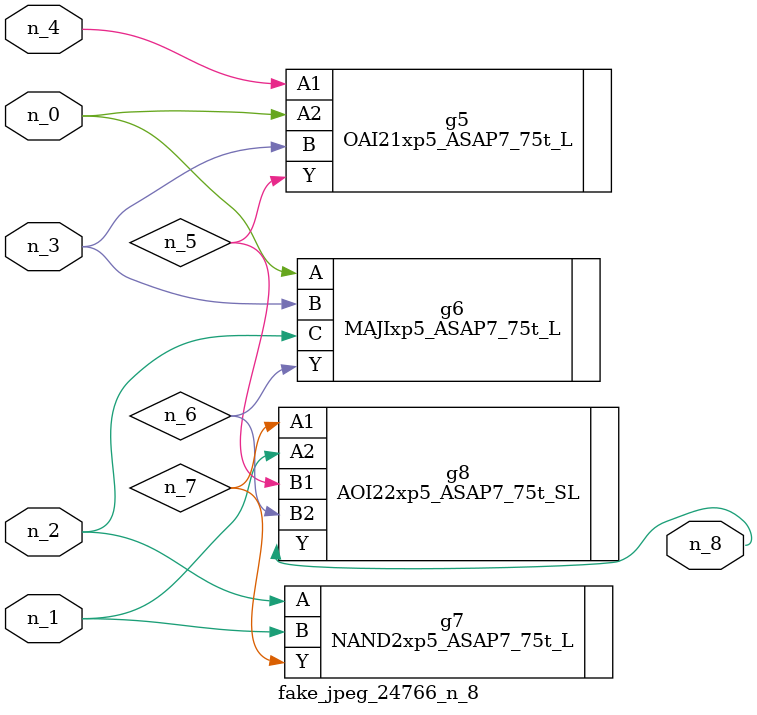
<source format=v>
module fake_jpeg_24766_n_8 (n_3, n_2, n_1, n_0, n_4, n_8);

input n_3;
input n_2;
input n_1;
input n_0;
input n_4;

output n_8;

wire n_6;
wire n_5;
wire n_7;

OAI21xp5_ASAP7_75t_L g5 ( 
.A1(n_4),
.A2(n_0),
.B(n_3),
.Y(n_5)
);

MAJIxp5_ASAP7_75t_L g6 ( 
.A(n_0),
.B(n_3),
.C(n_2),
.Y(n_6)
);

NAND2xp5_ASAP7_75t_L g7 ( 
.A(n_2),
.B(n_1),
.Y(n_7)
);

AOI22xp5_ASAP7_75t_SL g8 ( 
.A1(n_7),
.A2(n_1),
.B1(n_5),
.B2(n_6),
.Y(n_8)
);


endmodule
</source>
